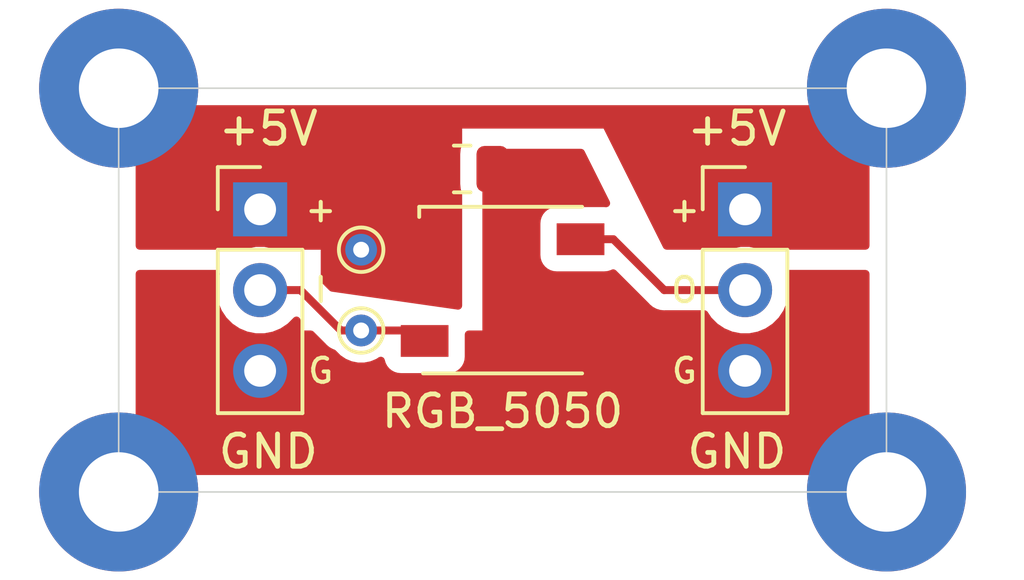
<source format=kicad_pcb>
(kicad_pcb (version 20171130) (host pcbnew "(5.1.7-0-10_14)")

  (general
    (thickness 1.6)
    (drawings 14)
    (tracks 12)
    (zones 0)
    (modules 10)
    (nets 5)
  )

  (page A4)
  (title_block
    (title "RGB 5050 mount")
    (date 2020-10-05)
    (rev 1)
  )

  (layers
    (0 F.Cu signal)
    (31 B.Cu signal)
    (32 B.Adhes user)
    (33 F.Adhes user)
    (34 B.Paste user)
    (35 F.Paste user)
    (36 B.SilkS user)
    (37 F.SilkS user)
    (38 B.Mask user)
    (39 F.Mask user)
    (40 Dwgs.User user)
    (41 Cmts.User user)
    (42 Eco1.User user)
    (43 Eco2.User user)
    (44 Edge.Cuts user)
    (45 Margin user)
    (46 B.CrtYd user)
    (47 F.CrtYd user)
    (48 B.Fab user)
    (49 F.Fab user hide)
  )

  (setup
    (last_trace_width 0.25)
    (trace_clearance 0.2)
    (zone_clearance 0.508)
    (zone_45_only no)
    (trace_min 0.2)
    (via_size 0.8)
    (via_drill 0.4)
    (via_min_size 0.4)
    (via_min_drill 0.3)
    (uvia_size 0.3)
    (uvia_drill 0.1)
    (uvias_allowed no)
    (uvia_min_size 0.2)
    (uvia_min_drill 0.1)
    (edge_width 0.05)
    (segment_width 0.2)
    (pcb_text_width 0.3)
    (pcb_text_size 1.5 1.5)
    (mod_edge_width 0.12)
    (mod_text_size 1 1)
    (mod_text_width 0.15)
    (pad_size 2 2)
    (pad_drill 1)
    (pad_to_mask_clearance 0)
    (aux_axis_origin 0 0)
    (grid_origin 140.97 82.55)
    (visible_elements FFFFF77F)
    (pcbplotparams
      (layerselection 0x010fc_ffffffff)
      (usegerberextensions false)
      (usegerberattributes false)
      (usegerberadvancedattributes false)
      (creategerberjobfile true)
      (excludeedgelayer true)
      (linewidth 0.100000)
      (plotframeref false)
      (viasonmask false)
      (mode 1)
      (useauxorigin false)
      (hpglpennumber 1)
      (hpglpenspeed 20)
      (hpglpendiameter 15.000000)
      (psnegative false)
      (psa4output false)
      (plotreference true)
      (plotvalue true)
      (plotinvisibletext false)
      (padsonsilk false)
      (subtractmaskfromsilk false)
      (outputformat 1)
      (mirror false)
      (drillshape 0)
      (scaleselection 1)
      (outputdirectory "gerber/"))
  )

  (net 0 "")
  (net 1 +5V)
  (net 2 D_IN)
  (net 3 D_OUT)
  (net 4 GND)

  (net_class Default "This is the default net class."
    (clearance 0.2)
    (trace_width 0.25)
    (via_dia 0.8)
    (via_drill 0.4)
    (uvia_dia 0.3)
    (uvia_drill 0.1)
    (add_net +5V)
    (add_net D_IN)
    (add_net D_OUT)
    (add_net GND)
  )

  (module Capacitor_SMD:C_0805_2012Metric (layer F.Cu) (tedit 5F68FEEE) (tstamp 5F7CB231)
    (at 148.59 78.105)
    (descr "Capacitor SMD 0805 (2012 Metric), square (rectangular) end terminal, IPC_7351 nominal, (Body size source: IPC-SM-782 page 76, https://www.pcb-3d.com/wordpress/wp-content/uploads/ipc-sm-782a_amendment_1_and_2.pdf, https://docs.google.com/spreadsheets/d/1BsfQQcO9C6DZCsRaXUlFlo91Tg2WpOkGARC1WS5S8t0/edit?usp=sharing), generated with kicad-footprint-generator")
    (tags capacitor)
    (path /5F7CB0FE)
    (attr smd)
    (fp_text reference C1 (at 0 1.905) (layer F.SilkS) hide
      (effects (font (size 1 1) (thickness 0.15)))
    )
    (fp_text value C_Small (at 0 1.68) (layer F.Fab)
      (effects (font (size 1 1) (thickness 0.15)))
    )
    (fp_line (start 1.7 0.98) (end -1.7 0.98) (layer F.CrtYd) (width 0.05))
    (fp_line (start 1.7 -0.98) (end 1.7 0.98) (layer F.CrtYd) (width 0.05))
    (fp_line (start -1.7 -0.98) (end 1.7 -0.98) (layer F.CrtYd) (width 0.05))
    (fp_line (start -1.7 0.98) (end -1.7 -0.98) (layer F.CrtYd) (width 0.05))
    (fp_line (start -0.261252 0.735) (end 0.261252 0.735) (layer F.SilkS) (width 0.12))
    (fp_line (start -0.261252 -0.735) (end 0.261252 -0.735) (layer F.SilkS) (width 0.12))
    (fp_line (start 1 0.625) (end -1 0.625) (layer F.Fab) (width 0.1))
    (fp_line (start 1 -0.625) (end 1 0.625) (layer F.Fab) (width 0.1))
    (fp_line (start -1 -0.625) (end 1 -0.625) (layer F.Fab) (width 0.1))
    (fp_line (start -1 0.625) (end -1 -0.625) (layer F.Fab) (width 0.1))
    (fp_text user %R (at 0 0) (layer F.Fab)
      (effects (font (size 0.5 0.5) (thickness 0.08)))
    )
    (pad 1 smd roundrect (at -0.95 0) (size 1 1.45) (layers F.Cu F.Paste F.Mask) (roundrect_rratio 0.25)
      (net 1 +5V))
    (pad 2 smd roundrect (at 0.95 0) (size 1 1.45) (layers F.Cu F.Paste F.Mask) (roundrect_rratio 0.25)
      (net 4 GND))
    (model ${KISYS3DMOD}/Capacitor_SMD.3dshapes/C_0805_2012Metric.wrl
      (at (xyz 0 0 0))
      (scale (xyz 1 1 1))
      (rotate (xyz 0 0 0))
    )
  )

  (module LED_SMD:LED_Inolux_IN-PI554FCH_PLCC4_5.0x5.0mm_P3.2mm (layer F.Cu) (tedit 5B561F4C) (tstamp 5F7CE428)
    (at 149.86 81.915)
    (descr http://www.inolux-corp.com/datasheet/SMDLED/Addressable%20LED/IN-PI554FCH.pdf)
    (tags "RGB LED NeoPixel addressable")
    (path /5F7C1B6D)
    (attr smd)
    (fp_text reference RGB_5050 (at 0 3.81) (layer F.SilkS)
      (effects (font (size 1 1) (thickness 0.15)))
    )
    (fp_text value Inolux_IN-PI554FCH (at 0 4) (layer F.Fab)
      (effects (font (size 1 1) (thickness 0.15)))
    )
    (fp_circle (center 0 0) (end 0 -2) (layer F.Fab) (width 0.1))
    (fp_line (start -2.62 -2.3) (end -2.62 -2.62) (layer F.SilkS) (width 0.12))
    (fp_line (start -2.5 2.62) (end 2.5 2.62) (layer F.SilkS) (width 0.12))
    (fp_line (start -2.62 -2.62) (end 2.5 -2.62) (layer F.SilkS) (width 0.12))
    (fp_line (start 2.5 -2.5) (end -1.5 -2.5) (layer F.Fab) (width 0.1))
    (fp_line (start 2.5 2.5) (end 2.5 -2.5) (layer F.Fab) (width 0.1))
    (fp_line (start -2.5 2.5) (end 2.5 2.5) (layer F.Fab) (width 0.1))
    (fp_line (start -2.5 -1.5) (end -2.5 2.5) (layer F.Fab) (width 0.1))
    (fp_line (start -1.5 -2.5) (end -2.5 -1.5) (layer F.Fab) (width 0.1))
    (fp_line (start -3.45 -2.75) (end -3.45 2.75) (layer F.CrtYd) (width 0.05))
    (fp_line (start -3.45 2.75) (end 3.45 2.75) (layer F.CrtYd) (width 0.05))
    (fp_line (start 3.45 2.75) (end 3.45 -2.75) (layer F.CrtYd) (width 0.05))
    (fp_line (start 3.45 -2.75) (end -3.45 -2.75) (layer F.CrtYd) (width 0.05))
    (fp_text user %R (at 0 0) (layer F.Fab)
      (effects (font (size 0.8 0.8) (thickness 0.15)))
    )
    (pad 3 smd rect (at 2.45 1.6) (size 1.5 1) (layers F.Cu F.Paste F.Mask)
      (net 4 GND))
    (pad 4 smd rect (at 2.45 -1.6) (size 1.5 1) (layers F.Cu F.Paste F.Mask)
      (net 3 D_OUT))
    (pad 2 smd rect (at -2.45 1.6) (size 1.5 1) (layers F.Cu F.Paste F.Mask)
      (net 2 D_IN))
    (pad 1 smd rect (at -2.45 -1.6) (size 1.5 1) (layers F.Cu F.Paste F.Mask)
      (net 1 +5V))
    (model ${KISYS3DMOD}/LED_SMD.3dshapes/LED_Inolux_IN-PI554FCH_PLCC4_5.0x5.0mm_P3.2mm.wrl
      (at (xyz 0 0 0))
      (scale (xyz 1 1 1))
      (rotate (xyz 0 0 0))
    )
  )

  (module MountingHole:MountingHole_2.5mm_Pad (layer F.Cu) (tedit 56D1B4CB) (tstamp 5F7CBA59)
    (at 137.795 88.265)
    (descr "Mounting Hole 2.5mm")
    (tags "mounting hole 2.5mm")
    (path /5F7DA9D9)
    (attr virtual)
    (fp_text reference H1_Large1 (at 0 -3.5) (layer F.SilkS) hide
      (effects (font (size 1 1) (thickness 0.15)))
    )
    (fp_text value MountingHole_Pad (at 0 3.5) (layer F.Fab)
      (effects (font (size 1 1) (thickness 0.15)))
    )
    (fp_circle (center 0 0) (end 2.75 0) (layer F.CrtYd) (width 0.05))
    (fp_circle (center 0 0) (end 2.5 0) (layer Cmts.User) (width 0.15))
    (fp_text user %R (at 0.3 0) (layer F.Fab)
      (effects (font (size 1 1) (thickness 0.15)))
    )
    (pad 1 thru_hole circle (at 0 0) (size 5 5) (drill 2.5) (layers *.Cu *.Mask)
      (net 4 GND))
  )

  (module MountingHole:MountingHole_2.5mm_Pad (layer F.Cu) (tedit 56D1B4CB) (tstamp 5F7CBA60)
    (at 137.795 75.565)
    (descr "Mounting Hole 2.5mm")
    (tags "mounting hole 2.5mm")
    (path /5F7DB5A7)
    (attr virtual)
    (fp_text reference H2_Large1 (at 0 -3.5) (layer F.SilkS) hide
      (effects (font (size 1 1) (thickness 0.15)))
    )
    (fp_text value MountingHole_Pad (at 0 3.5) (layer F.Fab)
      (effects (font (size 1 1) (thickness 0.15)))
    )
    (fp_circle (center 0 0) (end 2.75 0) (layer F.CrtYd) (width 0.05))
    (fp_circle (center 0 0) (end 2.5 0) (layer Cmts.User) (width 0.15))
    (fp_text user %R (at 0.3 0) (layer F.Fab)
      (effects (font (size 1 1) (thickness 0.15)))
    )
    (pad 1 thru_hole circle (at 0 0) (size 5 5) (drill 2.5) (layers *.Cu *.Mask)
      (net 1 +5V))
  )

  (module MountingHole:MountingHole_2.5mm_Pad (layer F.Cu) (tedit 56D1B4CB) (tstamp 5F7CBA67)
    (at 161.925 75.565)
    (descr "Mounting Hole 2.5mm")
    (tags "mounting hole 2.5mm")
    (path /5F7DB30F)
    (attr virtual)
    (fp_text reference H3_Large1 (at 0 -3.5) (layer F.SilkS) hide
      (effects (font (size 1 1) (thickness 0.15)))
    )
    (fp_text value MountingHole_Pad (at 0 3.5) (layer F.Fab)
      (effects (font (size 1 1) (thickness 0.15)))
    )
    (fp_text user %R (at 0.3 0) (layer F.Fab)
      (effects (font (size 1 1) (thickness 0.15)))
    )
    (fp_circle (center 0 0) (end 2.5 0) (layer Cmts.User) (width 0.15))
    (fp_circle (center 0 0) (end 2.75 0) (layer F.CrtYd) (width 0.05))
    (pad 1 thru_hole circle (at 0 0) (size 5 5) (drill 2.5) (layers *.Cu *.Mask)
      (net 1 +5V))
  )

  (module MountingHole:MountingHole_2.5mm_Pad (layer F.Cu) (tedit 56D1B4CB) (tstamp 5F7CBA6E)
    (at 161.925 88.265)
    (descr "Mounting Hole 2.5mm")
    (tags "mounting hole 2.5mm")
    (path /5F7DB84D)
    (attr virtual)
    (fp_text reference H4_Large1 (at 0 -3.5) (layer F.SilkS) hide
      (effects (font (size 1 1) (thickness 0.15)))
    )
    (fp_text value MountingHole_Pad (at 0 3.5) (layer F.Fab)
      (effects (font (size 1 1) (thickness 0.15)))
    )
    (fp_text user %R (at 0.3 0) (layer F.Fab)
      (effects (font (size 1 1) (thickness 0.15)))
    )
    (fp_circle (center 0 0) (end 2.5 0) (layer Cmts.User) (width 0.15))
    (fp_circle (center 0 0) (end 2.75 0) (layer F.CrtYd) (width 0.05))
    (pad 1 thru_hole circle (at 0 0) (size 5 5) (drill 2.5) (layers *.Cu *.Mask)
      (net 4 GND))
  )

  (module TestPoint:TestPoint_THTPad_D1.0mm_Drill0.5mm (layer F.Cu) (tedit 5A0F774F) (tstamp 5F7CBCD5)
    (at 145.415 80.645)
    (descr "THT pad as test Point, diameter 1.0mm, hole diameter 0.5mm")
    (tags "test point THT pad")
    (path /5F7EFC3A)
    (attr virtual)
    (fp_text reference TP1 (at 0 -1.448) (layer F.SilkS) hide
      (effects (font (size 1 1) (thickness 0.15)))
    )
    (fp_text value TestPoint (at 0 1.55) (layer F.Fab)
      (effects (font (size 1 1) (thickness 0.15)))
    )
    (fp_circle (center 0 0) (end 0 0.7) (layer F.SilkS) (width 0.12))
    (fp_circle (center 0 0) (end 1 0) (layer F.CrtYd) (width 0.05))
    (fp_text user %R (at 0 -1.45) (layer F.Fab)
      (effects (font (size 1 1) (thickness 0.15)))
    )
    (pad 1 thru_hole circle (at 0 0) (size 1 1) (drill 0.5) (layers *.Cu *.Mask)
      (net 1 +5V))
  )

  (module TestPoint:TestPoint_THTPad_D1.0mm_Drill0.5mm (layer F.Cu) (tedit 5A0F774F) (tstamp 5F7CBCDC)
    (at 145.415 83.185)
    (descr "THT pad as test Point, diameter 1.0mm, hole diameter 0.5mm")
    (tags "test point THT pad")
    (path /5F7F0677)
    (attr virtual)
    (fp_text reference TP2 (at 0 -1.448) (layer F.SilkS) hide
      (effects (font (size 1 1) (thickness 0.15)))
    )
    (fp_text value TestPoint (at 0 1.55) (layer F.Fab)
      (effects (font (size 1 1) (thickness 0.15)))
    )
    (fp_text user %R (at 0 -1.45) (layer F.Fab)
      (effects (font (size 1 1) (thickness 0.15)))
    )
    (fp_circle (center 0 0) (end 1 0) (layer F.CrtYd) (width 0.05))
    (fp_circle (center 0 0) (end 0 0.7) (layer F.SilkS) (width 0.12))
    (pad 1 thru_hole circle (at 0 0) (size 1 1) (drill 0.5) (layers *.Cu *.Mask)
      (net 2 D_IN))
  )

  (module Connector_PinHeader_2.54mm:PinHeader_1x03_P2.54mm_Vertical (layer F.Cu) (tedit 59FED5CC) (tstamp 5F7CD850)
    (at 142.24 79.375)
    (descr "Through hole straight pin header, 1x03, 2.54mm pitch, single row")
    (tags "Through hole pin header THT 1x03 2.54mm single row")
    (path /5F818A5B)
    (fp_text reference J1 (at 0 -2.33) (layer F.SilkS) hide
      (effects (font (size 1 1) (thickness 0.15)))
    )
    (fp_text value Conn_01x03_Female (at 0 7.41) (layer F.Fab)
      (effects (font (size 1 1) (thickness 0.15)))
    )
    (fp_line (start 1.8 -1.8) (end -1.8 -1.8) (layer F.CrtYd) (width 0.05))
    (fp_line (start 1.8 6.85) (end 1.8 -1.8) (layer F.CrtYd) (width 0.05))
    (fp_line (start -1.8 6.85) (end 1.8 6.85) (layer F.CrtYd) (width 0.05))
    (fp_line (start -1.8 -1.8) (end -1.8 6.85) (layer F.CrtYd) (width 0.05))
    (fp_line (start -1.33 -1.33) (end 0 -1.33) (layer F.SilkS) (width 0.12))
    (fp_line (start -1.33 0) (end -1.33 -1.33) (layer F.SilkS) (width 0.12))
    (fp_line (start -1.33 1.27) (end 1.33 1.27) (layer F.SilkS) (width 0.12))
    (fp_line (start 1.33 1.27) (end 1.33 6.41) (layer F.SilkS) (width 0.12))
    (fp_line (start -1.33 1.27) (end -1.33 6.41) (layer F.SilkS) (width 0.12))
    (fp_line (start -1.33 6.41) (end 1.33 6.41) (layer F.SilkS) (width 0.12))
    (fp_line (start -1.27 -0.635) (end -0.635 -1.27) (layer F.Fab) (width 0.1))
    (fp_line (start -1.27 6.35) (end -1.27 -0.635) (layer F.Fab) (width 0.1))
    (fp_line (start 1.27 6.35) (end -1.27 6.35) (layer F.Fab) (width 0.1))
    (fp_line (start 1.27 -1.27) (end 1.27 6.35) (layer F.Fab) (width 0.1))
    (fp_line (start -0.635 -1.27) (end 1.27 -1.27) (layer F.Fab) (width 0.1))
    (fp_text user %R (at 0 2.54 90) (layer F.Fab)
      (effects (font (size 1 1) (thickness 0.15)))
    )
    (pad 1 thru_hole rect (at 0 0) (size 1.7 1.7) (drill 1) (layers *.Cu *.Mask)
      (net 1 +5V))
    (pad 2 thru_hole oval (at 0 2.54) (size 1.7 1.7) (drill 1) (layers *.Cu *.Mask)
      (net 2 D_IN))
    (pad 3 thru_hole oval (at 0 5.08) (size 1.7 1.7) (drill 1) (layers *.Cu *.Mask)
      (net 4 GND))
    (model ${KISYS3DMOD}/Connector_PinHeader_2.54mm.3dshapes/PinHeader_1x03_P2.54mm_Vertical.wrl
      (at (xyz 0 0 0))
      (scale (xyz 1 1 1))
      (rotate (xyz 0 0 0))
    )
  )

  (module Connector_PinHeader_2.54mm:PinHeader_1x03_P2.54mm_Vertical (layer F.Cu) (tedit 59FED5CC) (tstamp 5F7CD866)
    (at 157.48 79.375)
    (descr "Through hole straight pin header, 1x03, 2.54mm pitch, single row")
    (tags "Through hole pin header THT 1x03 2.54mm single row")
    (path /5F81A5BD)
    (fp_text reference J2 (at 0 -2.33) (layer F.SilkS) hide
      (effects (font (size 1 1) (thickness 0.15)))
    )
    (fp_text value Conn_01x03_Female (at 0 7.41) (layer F.Fab)
      (effects (font (size 1 1) (thickness 0.15)))
    )
    (fp_text user %R (at 0 2.54 90) (layer F.Fab)
      (effects (font (size 1 1) (thickness 0.15)))
    )
    (fp_line (start -0.635 -1.27) (end 1.27 -1.27) (layer F.Fab) (width 0.1))
    (fp_line (start 1.27 -1.27) (end 1.27 6.35) (layer F.Fab) (width 0.1))
    (fp_line (start 1.27 6.35) (end -1.27 6.35) (layer F.Fab) (width 0.1))
    (fp_line (start -1.27 6.35) (end -1.27 -0.635) (layer F.Fab) (width 0.1))
    (fp_line (start -1.27 -0.635) (end -0.635 -1.27) (layer F.Fab) (width 0.1))
    (fp_line (start -1.33 6.41) (end 1.33 6.41) (layer F.SilkS) (width 0.12))
    (fp_line (start -1.33 1.27) (end -1.33 6.41) (layer F.SilkS) (width 0.12))
    (fp_line (start 1.33 1.27) (end 1.33 6.41) (layer F.SilkS) (width 0.12))
    (fp_line (start -1.33 1.27) (end 1.33 1.27) (layer F.SilkS) (width 0.12))
    (fp_line (start -1.33 0) (end -1.33 -1.33) (layer F.SilkS) (width 0.12))
    (fp_line (start -1.33 -1.33) (end 0 -1.33) (layer F.SilkS) (width 0.12))
    (fp_line (start -1.8 -1.8) (end -1.8 6.85) (layer F.CrtYd) (width 0.05))
    (fp_line (start -1.8 6.85) (end 1.8 6.85) (layer F.CrtYd) (width 0.05))
    (fp_line (start 1.8 6.85) (end 1.8 -1.8) (layer F.CrtYd) (width 0.05))
    (fp_line (start 1.8 -1.8) (end -1.8 -1.8) (layer F.CrtYd) (width 0.05))
    (pad 3 thru_hole oval (at 0 5.08) (size 1.7 1.7) (drill 1) (layers *.Cu *.Mask)
      (net 4 GND))
    (pad 2 thru_hole oval (at 0 2.54) (size 1.7 1.7) (drill 1) (layers *.Cu *.Mask)
      (net 3 D_OUT))
    (pad 1 thru_hole rect (at 0 0) (size 1.7 1.7) (drill 1) (layers *.Cu *.Mask)
      (net 1 +5V))
    (model ${KISYS3DMOD}/Connector_PinHeader_2.54mm.3dshapes/PinHeader_1x03_P2.54mm_Vertical.wrl
      (at (xyz 0 0 0))
      (scale (xyz 1 1 1))
      (rotate (xyz 0 0 0))
    )
  )

  (gr_line (start 137.795 88.265) (end 137.795 75.565) (layer Edge.Cuts) (width 0.05) (tstamp 5F7CE6EA))
  (gr_line (start 161.925 88.265) (end 137.795 88.265) (layer Edge.Cuts) (width 0.05))
  (gr_line (start 161.925 75.565) (end 161.925 88.265) (layer Edge.Cuts) (width 0.05))
  (gr_line (start 137.795 75.565) (end 161.925 75.565) (layer Edge.Cuts) (width 0.05))
  (gr_text GND (at 155.575 86.995) (layer F.SilkS)
    (effects (font (size 1.016 1.016) (thickness 0.1524)) (justify left))
  )
  (gr_text GND (at 144.145 86.995) (layer F.SilkS)
    (effects (font (size 1.016 1.016) (thickness 0.1524)) (justify right))
  )
  (gr_text +5V (at 155.575 76.835) (layer F.SilkS)
    (effects (font (size 1.016 1.016) (thickness 0.1524)) (justify left))
  )
  (gr_text +5V (at 144.145 76.835) (layer F.SilkS)
    (effects (font (size 1.016 1.016) (thickness 0.1524)) (justify right))
  )
  (gr_text G (at 155.575 84.455) (layer F.SilkS)
    (effects (font (size 0.762 0.762) (thickness 0.127)))
  )
  (gr_text O (at 155.575 81.915) (layer F.SilkS)
    (effects (font (size 0.762 0.762) (thickness 0.127)))
  )
  (gr_text + (at 155.575 79.375) (layer F.SilkS)
    (effects (font (size 0.762 0.762) (thickness 0.127)))
  )
  (gr_text G (at 144.145 84.455) (layer F.SilkS)
    (effects (font (size 0.762 0.762) (thickness 0.127)))
  )
  (gr_text I (at 144.145 81.915) (layer F.SilkS)
    (effects (font (size 0.762 0.762) (thickness 0.127)))
  )
  (gr_text + (at 144.145 79.375) (layer F.SilkS)
    (effects (font (size 0.762 0.762) (thickness 0.127)))
  )

  (segment (start 145.745 80.315) (end 145.415 80.645) (width 0.25) (layer F.Cu) (net 1))
  (segment (start 147.41 80.315) (end 145.745 80.315) (width 0.25) (layer F.Cu) (net 1))
  (segment (start 147.41 78.335) (end 147.64 78.105) (width 0.25) (layer F.Cu) (net 1))
  (segment (start 147.41 80.315) (end 147.41 78.335) (width 0.25) (layer F.Cu) (net 1))
  (segment (start 147.08 83.185) (end 147.41 83.515) (width 0.25) (layer F.Cu) (net 2))
  (segment (start 145.415 83.185) (end 147.08 83.185) (width 0.25) (layer F.Cu) (net 2))
  (segment (start 142.24 81.915) (end 143.51 81.915) (width 0.25) (layer F.Cu) (net 2))
  (segment (start 144.78 83.185) (end 145.415 83.185) (width 0.25) (layer F.Cu) (net 2))
  (segment (start 143.51 81.915) (end 144.78 83.185) (width 0.25) (layer F.Cu) (net 2))
  (segment (start 152.31 80.315) (end 153.34 80.315) (width 0.25) (layer F.Cu) (net 3))
  (segment (start 154.94 81.915) (end 157.48 81.915) (width 0.25) (layer F.Cu) (net 3))
  (segment (start 153.34 80.315) (end 154.94 81.915) (width 0.25) (layer F.Cu) (net 3))

  (zone (net 1) (net_name +5V) (layer F.Cu) (tstamp 5F7CEC94) (hatch edge 0.508)
    (connect_pads yes (clearance 0.508))
    (min_thickness 0.254)
    (fill yes (arc_segments 32) (thermal_gap 0.508) (thermal_bridge_width 1.27))
    (polygon
      (pts
        (xy 161.925 80.645) (xy 154.94 80.645) (xy 153.035 76.835) (xy 148.59 76.835) (xy 148.59 82.55)
        (xy 144.145 81.915) (xy 144.145 80.645) (xy 137.795 80.645) (xy 137.795 75.565) (xy 161.925 75.565)
      )
    )
    (filled_polygon
      (pts
        (xy 161.265 80.518) (xy 157.987835 80.518) (xy 157.913158 80.487068) (xy 157.62626 80.43) (xy 157.33374 80.43)
        (xy 157.046842 80.487068) (xy 156.972165 80.518) (xy 155.01849 80.518) (xy 153.148592 76.778204) (xy 153.135329 76.757134)
        (xy 153.118211 76.739057) (xy 153.097894 76.724667) (xy 153.075161 76.714517) (xy 153.050884 76.708997) (xy 153.035 76.708)
        (xy 148.59 76.708) (xy 148.565224 76.71044) (xy 148.541399 76.717667) (xy 148.519443 76.729403) (xy 148.500197 76.745197)
        (xy 148.484403 76.764443) (xy 148.472667 76.786399) (xy 148.46544 76.810224) (xy 148.463 76.835) (xy 148.463 77.31167)
        (xy 148.418992 77.456746) (xy 148.401928 77.63) (xy 148.401928 78.58) (xy 148.418992 78.753254) (xy 148.463 78.89833)
        (xy 148.463 82.403567) (xy 144.50843 81.838629) (xy 144.272 81.602199) (xy 144.272 80.645) (xy 144.26956 80.620224)
        (xy 144.262333 80.596399) (xy 144.250597 80.574443) (xy 144.234803 80.555197) (xy 144.215557 80.539403) (xy 144.193601 80.527667)
        (xy 144.169776 80.52044) (xy 144.145 80.518) (xy 142.747835 80.518) (xy 142.673158 80.487068) (xy 142.38626 80.43)
        (xy 142.09374 80.43) (xy 141.806842 80.487068) (xy 141.732165 80.518) (xy 138.455 80.518) (xy 138.455 76.225)
        (xy 161.265 76.225)
      )
    )
  )
  (zone (net 4) (net_name GND) (layer F.Cu) (tstamp 5F7CEC91) (hatch edge 0.508)
    (connect_pads yes (clearance 0.508))
    (min_thickness 0.254)
    (fill yes (arc_segments 32) (thermal_gap 0.508) (thermal_bridge_width 0.508))
    (polygon
      (pts
        (xy 154.305 81.28) (xy 161.925 81.28) (xy 161.925 88.265) (xy 137.795 88.265) (xy 137.795 81.28)
        (xy 143.51 81.28) (xy 143.51 83.185) (xy 149.225 83.185) (xy 149.225 77.47) (xy 152.4 77.47)
      )
    )
    (filled_polygon
      (pts
        (xy 153.11414 79.18226) (xy 153.06 79.176928) (xy 151.56 79.176928) (xy 151.435518 79.189188) (xy 151.31582 79.225498)
        (xy 151.205506 79.284463) (xy 151.108815 79.363815) (xy 151.029463 79.460506) (xy 150.970498 79.57082) (xy 150.934188 79.690518)
        (xy 150.921928 79.815) (xy 150.921928 80.815) (xy 150.934188 80.939482) (xy 150.970498 81.05918) (xy 151.029463 81.169494)
        (xy 151.108815 81.266185) (xy 151.205506 81.345537) (xy 151.31582 81.404502) (xy 151.435518 81.440812) (xy 151.56 81.453072)
        (xy 153.06 81.453072) (xy 153.184482 81.440812) (xy 153.30418 81.404502) (xy 153.337103 81.386904) (xy 154.3762 82.426002)
        (xy 154.399999 82.455001) (xy 154.515724 82.549974) (xy 154.647753 82.620546) (xy 154.791014 82.664003) (xy 154.902667 82.675)
        (xy 154.902675 82.675) (xy 154.94 82.678676) (xy 154.977325 82.675) (xy 156.201822 82.675) (xy 156.326525 82.861632)
        (xy 156.533368 83.068475) (xy 156.776589 83.23099) (xy 157.046842 83.342932) (xy 157.33374 83.4) (xy 157.62626 83.4)
        (xy 157.913158 83.342932) (xy 158.183411 83.23099) (xy 158.426632 83.068475) (xy 158.633475 82.861632) (xy 158.79599 82.618411)
        (xy 158.907932 82.348158) (xy 158.965 82.06126) (xy 158.965 81.76874) (xy 158.907932 81.481842) (xy 158.876932 81.407)
        (xy 161.265 81.407) (xy 161.265001 87.605) (xy 138.455 87.605) (xy 138.455 81.407) (xy 140.843068 81.407)
        (xy 140.812068 81.481842) (xy 140.755 81.76874) (xy 140.755 82.06126) (xy 140.812068 82.348158) (xy 140.92401 82.618411)
        (xy 141.086525 82.861632) (xy 141.293368 83.068475) (xy 141.536589 83.23099) (xy 141.806842 83.342932) (xy 142.09374 83.4)
        (xy 142.38626 83.4) (xy 142.673158 83.342932) (xy 142.943411 83.23099) (xy 143.186632 83.068475) (xy 143.383 82.872107)
        (xy 143.383 83.185) (xy 143.38544 83.209776) (xy 143.392667 83.233601) (xy 143.404403 83.255557) (xy 143.420197 83.274803)
        (xy 143.439443 83.290597) (xy 143.461399 83.302333) (xy 143.485224 83.30956) (xy 143.51 83.312) (xy 143.832198 83.312)
        (xy 144.2162 83.696002) (xy 144.239999 83.725001) (xy 144.355724 83.819974) (xy 144.487753 83.890546) (xy 144.529926 83.903339)
        (xy 144.533388 83.90852) (xy 144.69148 84.066612) (xy 144.877376 84.190824) (xy 145.083933 84.276383) (xy 145.303212 84.32)
        (xy 145.526788 84.32) (xy 145.746067 84.276383) (xy 145.952624 84.190824) (xy 146.033896 84.13652) (xy 146.034188 84.139482)
        (xy 146.070498 84.25918) (xy 146.129463 84.369494) (xy 146.208815 84.466185) (xy 146.305506 84.545537) (xy 146.41582 84.604502)
        (xy 146.535518 84.640812) (xy 146.66 84.653072) (xy 148.16 84.653072) (xy 148.284482 84.640812) (xy 148.40418 84.604502)
        (xy 148.514494 84.545537) (xy 148.611185 84.466185) (xy 148.690537 84.369494) (xy 148.749502 84.25918) (xy 148.785812 84.139482)
        (xy 148.798072 84.015) (xy 148.798072 83.312) (xy 149.225 83.312) (xy 149.249776 83.30956) (xy 149.273601 83.302333)
        (xy 149.295557 83.290597) (xy 149.314803 83.274803) (xy 149.330597 83.255557) (xy 149.342333 83.233601) (xy 149.34956 83.209776)
        (xy 149.352 83.185) (xy 149.352 77.597) (xy 152.32151 77.597)
      )
    )
  )
)

</source>
